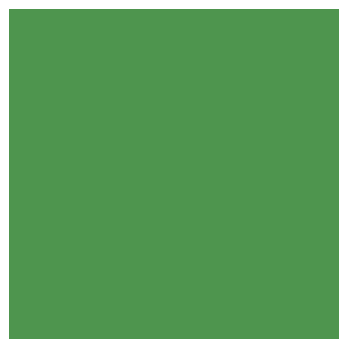
<source format=gbr>
G04 DipTrace 2.4.0.2*
%INBoard.gbr*%
%MOIN*%
%ADD11C,0.006*%
%FSLAX44Y44*%
G04*
G70*
G90*
G75*
G01*
%LNBoardPoly*%
%LPD*%
G36*
X3940Y14940D2*
D11*
X14940D1*
Y3940D1*
X3940D1*
Y14940D1*
G37*
M02*

</source>
